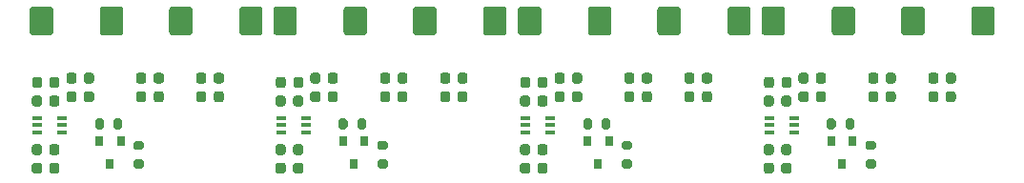
<source format=gbr>
%TF.GenerationSoftware,KiCad,Pcbnew,(5.1.10)-1*%
%TF.CreationDate,2022-01-19T08:42:29+07:00*%
%TF.ProjectId,PCB_2x_pnlz1_4,5043425f-3278-45f7-906e-6c7a315f342e,rev?*%
%TF.SameCoordinates,Original*%
%TF.FileFunction,Paste,Bot*%
%TF.FilePolarity,Positive*%
%FSLAX46Y46*%
G04 Gerber Fmt 4.6, Leading zero omitted, Abs format (unit mm)*
G04 Created by KiCad (PCBNEW (5.1.10)-1) date 2022-01-19 08:42:29*
%MOMM*%
%LPD*%
G01*
G04 APERTURE LIST*
%ADD10R,0.800000X0.900000*%
%ADD11R,0.950000X0.450000*%
G04 APERTURE END LIST*
%TO.C,C3*%
G36*
G01*
X111395000Y-127020000D02*
X111395000Y-127520000D01*
G75*
G02*
X111170000Y-127745000I-225000J0D01*
G01*
X110720000Y-127745000D01*
G75*
G02*
X110495000Y-127520000I0J225000D01*
G01*
X110495000Y-127020000D01*
G75*
G02*
X110720000Y-126795000I225000J0D01*
G01*
X111170000Y-126795000D01*
G75*
G02*
X111395000Y-127020000I0J-225000D01*
G01*
G37*
G36*
G01*
X112945000Y-127020000D02*
X112945000Y-127520000D01*
G75*
G02*
X112720000Y-127745000I-225000J0D01*
G01*
X112270000Y-127745000D01*
G75*
G02*
X112045000Y-127520000I0J225000D01*
G01*
X112045000Y-127020000D01*
G75*
G02*
X112270000Y-126795000I225000J0D01*
G01*
X112720000Y-126795000D01*
G75*
G02*
X112945000Y-127020000I0J-225000D01*
G01*
G37*
%TD*%
%TO.C,C2*%
G36*
G01*
X115119000Y-122821000D02*
X115119000Y-122321000D01*
G75*
G02*
X115344000Y-122096000I225000J0D01*
G01*
X115794000Y-122096000D01*
G75*
G02*
X116019000Y-122321000I0J-225000D01*
G01*
X116019000Y-122821000D01*
G75*
G02*
X115794000Y-123046000I-225000J0D01*
G01*
X115344000Y-123046000D01*
G75*
G02*
X115119000Y-122821000I0J225000D01*
G01*
G37*
G36*
G01*
X113569000Y-122821000D02*
X113569000Y-122321000D01*
G75*
G02*
X113794000Y-122096000I225000J0D01*
G01*
X114244000Y-122096000D01*
G75*
G02*
X114469000Y-122321000I0J-225000D01*
G01*
X114469000Y-122821000D01*
G75*
G02*
X114244000Y-123046000I-225000J0D01*
G01*
X113794000Y-123046000D01*
G75*
G02*
X113569000Y-122821000I0J225000D01*
G01*
G37*
%TD*%
%TO.C,C1*%
G36*
G01*
X111395000Y-128671000D02*
X111395000Y-129171000D01*
G75*
G02*
X111170000Y-129396000I-225000J0D01*
G01*
X110720000Y-129396000D01*
G75*
G02*
X110495000Y-129171000I0J225000D01*
G01*
X110495000Y-128671000D01*
G75*
G02*
X110720000Y-128446000I225000J0D01*
G01*
X111170000Y-128446000D01*
G75*
G02*
X111395000Y-128671000I0J-225000D01*
G01*
G37*
G36*
G01*
X112945000Y-128671000D02*
X112945000Y-129171000D01*
G75*
G02*
X112720000Y-129396000I-225000J0D01*
G01*
X112270000Y-129396000D01*
G75*
G02*
X112045000Y-129171000I0J225000D01*
G01*
X112045000Y-128671000D01*
G75*
G02*
X112270000Y-128446000I225000J0D01*
G01*
X112720000Y-128446000D01*
G75*
G02*
X112945000Y-128671000I0J-225000D01*
G01*
G37*
%TD*%
%TO.C,C10*%
G36*
G01*
X76416000Y-122821000D02*
X76416000Y-122321000D01*
G75*
G02*
X76641000Y-122096000I225000J0D01*
G01*
X77091000Y-122096000D01*
G75*
G02*
X77316000Y-122321000I0J-225000D01*
G01*
X77316000Y-122821000D01*
G75*
G02*
X77091000Y-123046000I-225000J0D01*
G01*
X76641000Y-123046000D01*
G75*
G02*
X76416000Y-122821000I0J225000D01*
G01*
G37*
G36*
G01*
X77966000Y-122821000D02*
X77966000Y-122321000D01*
G75*
G02*
X78191000Y-122096000I225000J0D01*
G01*
X78641000Y-122096000D01*
G75*
G02*
X78866000Y-122321000I0J-225000D01*
G01*
X78866000Y-122821000D01*
G75*
G02*
X78641000Y-123046000I-225000J0D01*
G01*
X78191000Y-123046000D01*
G75*
G02*
X77966000Y-122821000I0J225000D01*
G01*
G37*
%TD*%
D10*
%TO.C,Q1*%
X73148000Y-126540000D03*
X75048000Y-126540000D03*
X74098000Y-128540000D03*
%TD*%
%TO.C,R1*%
G36*
G01*
X72745500Y-125259000D02*
X72745500Y-124709000D01*
G75*
G02*
X72945500Y-124509000I200000J0D01*
G01*
X73345500Y-124509000D01*
G75*
G02*
X73545500Y-124709000I0J-200000D01*
G01*
X73545500Y-125259000D01*
G75*
G02*
X73345500Y-125459000I-200000J0D01*
G01*
X72945500Y-125459000D01*
G75*
G02*
X72745500Y-125259000I0J200000D01*
G01*
G37*
G36*
G01*
X74395500Y-125259000D02*
X74395500Y-124709000D01*
G75*
G02*
X74595500Y-124509000I200000J0D01*
G01*
X74995500Y-124509000D01*
G75*
G02*
X75195500Y-124709000I0J-200000D01*
G01*
X75195500Y-125259000D01*
G75*
G02*
X74995500Y-125459000I-200000J0D01*
G01*
X74595500Y-125459000D01*
G75*
G02*
X74395500Y-125259000I0J200000D01*
G01*
G37*
%TD*%
%TO.C,R2*%
G36*
G01*
X76913000Y-128940000D02*
X76363000Y-128940000D01*
G75*
G02*
X76163000Y-128740000I0J200000D01*
G01*
X76163000Y-128340000D01*
G75*
G02*
X76363000Y-128140000I200000J0D01*
G01*
X76913000Y-128140000D01*
G75*
G02*
X77113000Y-128340000I0J-200000D01*
G01*
X77113000Y-128740000D01*
G75*
G02*
X76913000Y-128940000I-200000J0D01*
G01*
G37*
G36*
G01*
X76913000Y-127290000D02*
X76363000Y-127290000D01*
G75*
G02*
X76163000Y-127090000I0J200000D01*
G01*
X76163000Y-126690000D01*
G75*
G02*
X76363000Y-126490000I200000J0D01*
G01*
X76913000Y-126490000D01*
G75*
G02*
X77113000Y-126690000I0J-200000D01*
G01*
X77113000Y-127090000D01*
G75*
G02*
X76913000Y-127290000I-200000J0D01*
G01*
G37*
%TD*%
%TO.C,C10*%
G36*
G01*
X121316000Y-122821000D02*
X121316000Y-122321000D01*
G75*
G02*
X121541000Y-122096000I225000J0D01*
G01*
X121991000Y-122096000D01*
G75*
G02*
X122216000Y-122321000I0J-225000D01*
G01*
X122216000Y-122821000D01*
G75*
G02*
X121991000Y-123046000I-225000J0D01*
G01*
X121541000Y-123046000D01*
G75*
G02*
X121316000Y-122821000I0J225000D01*
G01*
G37*
G36*
G01*
X119766000Y-122821000D02*
X119766000Y-122321000D01*
G75*
G02*
X119991000Y-122096000I225000J0D01*
G01*
X120441000Y-122096000D01*
G75*
G02*
X120666000Y-122321000I0J-225000D01*
G01*
X120666000Y-122821000D01*
G75*
G02*
X120441000Y-123046000I-225000J0D01*
G01*
X119991000Y-123046000D01*
G75*
G02*
X119766000Y-122821000I0J225000D01*
G01*
G37*
%TD*%
%TO.C,C9*%
G36*
G01*
X121316000Y-121170000D02*
X121316000Y-120670000D01*
G75*
G02*
X121541000Y-120445000I225000J0D01*
G01*
X121991000Y-120445000D01*
G75*
G02*
X122216000Y-120670000I0J-225000D01*
G01*
X122216000Y-121170000D01*
G75*
G02*
X121991000Y-121395000I-225000J0D01*
G01*
X121541000Y-121395000D01*
G75*
G02*
X121316000Y-121170000I0J225000D01*
G01*
G37*
G36*
G01*
X119766000Y-121170000D02*
X119766000Y-120670000D01*
G75*
G02*
X119991000Y-120445000I225000J0D01*
G01*
X120441000Y-120445000D01*
G75*
G02*
X120666000Y-120670000I0J-225000D01*
G01*
X120666000Y-121170000D01*
G75*
G02*
X120441000Y-121395000I-225000J0D01*
G01*
X119991000Y-121395000D01*
G75*
G02*
X119766000Y-121170000I0J225000D01*
G01*
G37*
%TD*%
%TO.C,C6*%
G36*
G01*
X111408000Y-121051000D02*
X111408000Y-121551000D01*
G75*
G02*
X111183000Y-121776000I-225000J0D01*
G01*
X110733000Y-121776000D01*
G75*
G02*
X110508000Y-121551000I0J225000D01*
G01*
X110508000Y-121051000D01*
G75*
G02*
X110733000Y-120826000I225000J0D01*
G01*
X111183000Y-120826000D01*
G75*
G02*
X111408000Y-121051000I0J-225000D01*
G01*
G37*
G36*
G01*
X112958000Y-121051000D02*
X112958000Y-121551000D01*
G75*
G02*
X112733000Y-121776000I-225000J0D01*
G01*
X112283000Y-121776000D01*
G75*
G02*
X112058000Y-121551000I0J225000D01*
G01*
X112058000Y-121051000D01*
G75*
G02*
X112283000Y-120826000I225000J0D01*
G01*
X112733000Y-120826000D01*
G75*
G02*
X112958000Y-121051000I0J-225000D01*
G01*
G37*
%TD*%
%TO.C,C5*%
G36*
G01*
X111395000Y-122702000D02*
X111395000Y-123202000D01*
G75*
G02*
X111170000Y-123427000I-225000J0D01*
G01*
X110720000Y-123427000D01*
G75*
G02*
X110495000Y-123202000I0J225000D01*
G01*
X110495000Y-122702000D01*
G75*
G02*
X110720000Y-122477000I225000J0D01*
G01*
X111170000Y-122477000D01*
G75*
G02*
X111395000Y-122702000I0J-225000D01*
G01*
G37*
G36*
G01*
X112945000Y-122702000D02*
X112945000Y-123202000D01*
G75*
G02*
X112720000Y-123427000I-225000J0D01*
G01*
X112270000Y-123427000D01*
G75*
G02*
X112045000Y-123202000I0J225000D01*
G01*
X112045000Y-122702000D01*
G75*
G02*
X112270000Y-122477000I225000J0D01*
G01*
X112720000Y-122477000D01*
G75*
G02*
X112945000Y-122702000I0J-225000D01*
G01*
G37*
%TD*%
%TO.C,C4*%
G36*
G01*
X115119000Y-121170000D02*
X115119000Y-120670000D01*
G75*
G02*
X115344000Y-120445000I225000J0D01*
G01*
X115794000Y-120445000D01*
G75*
G02*
X116019000Y-120670000I0J-225000D01*
G01*
X116019000Y-121170000D01*
G75*
G02*
X115794000Y-121395000I-225000J0D01*
G01*
X115344000Y-121395000D01*
G75*
G02*
X115119000Y-121170000I0J225000D01*
G01*
G37*
G36*
G01*
X113569000Y-121170000D02*
X113569000Y-120670000D01*
G75*
G02*
X113794000Y-120445000I225000J0D01*
G01*
X114244000Y-120445000D01*
G75*
G02*
X114469000Y-120670000I0J-225000D01*
G01*
X114469000Y-121170000D01*
G75*
G02*
X114244000Y-121395000I-225000J0D01*
G01*
X113794000Y-121395000D01*
G75*
G02*
X113569000Y-121170000I0J225000D01*
G01*
G37*
%TD*%
%TO.C,C13*%
G36*
G01*
X126000000Y-120670000D02*
X126000000Y-121170000D01*
G75*
G02*
X125775000Y-121395000I-225000J0D01*
G01*
X125325000Y-121395000D01*
G75*
G02*
X125100000Y-121170000I0J225000D01*
G01*
X125100000Y-120670000D01*
G75*
G02*
X125325000Y-120445000I225000J0D01*
G01*
X125775000Y-120445000D01*
G75*
G02*
X126000000Y-120670000I0J-225000D01*
G01*
G37*
G36*
G01*
X127550000Y-120670000D02*
X127550000Y-121170000D01*
G75*
G02*
X127325000Y-121395000I-225000J0D01*
G01*
X126875000Y-121395000D01*
G75*
G02*
X126650000Y-121170000I0J225000D01*
G01*
X126650000Y-120670000D01*
G75*
G02*
X126875000Y-120445000I225000J0D01*
G01*
X127325000Y-120445000D01*
G75*
G02*
X127550000Y-120670000I0J-225000D01*
G01*
G37*
%TD*%
%TO.C,C14*%
G36*
G01*
X126000000Y-122321000D02*
X126000000Y-122821000D01*
G75*
G02*
X125775000Y-123046000I-225000J0D01*
G01*
X125325000Y-123046000D01*
G75*
G02*
X125100000Y-122821000I0J225000D01*
G01*
X125100000Y-122321000D01*
G75*
G02*
X125325000Y-122096000I225000J0D01*
G01*
X125775000Y-122096000D01*
G75*
G02*
X126000000Y-122321000I0J-225000D01*
G01*
G37*
G36*
G01*
X127550000Y-122321000D02*
X127550000Y-122821000D01*
G75*
G02*
X127325000Y-123046000I-225000J0D01*
G01*
X126875000Y-123046000D01*
G75*
G02*
X126650000Y-122821000I0J225000D01*
G01*
X126650000Y-122321000D01*
G75*
G02*
X126875000Y-122096000I225000J0D01*
G01*
X127325000Y-122096000D01*
G75*
G02*
X127550000Y-122321000I0J-225000D01*
G01*
G37*
%TD*%
%TO.C,R2*%
G36*
G01*
X120263000Y-127290000D02*
X119713000Y-127290000D01*
G75*
G02*
X119513000Y-127090000I0J200000D01*
G01*
X119513000Y-126690000D01*
G75*
G02*
X119713000Y-126490000I200000J0D01*
G01*
X120263000Y-126490000D01*
G75*
G02*
X120463000Y-126690000I0J-200000D01*
G01*
X120463000Y-127090000D01*
G75*
G02*
X120263000Y-127290000I-200000J0D01*
G01*
G37*
G36*
G01*
X120263000Y-128940000D02*
X119713000Y-128940000D01*
G75*
G02*
X119513000Y-128740000I0J200000D01*
G01*
X119513000Y-128340000D01*
G75*
G02*
X119713000Y-128140000I200000J0D01*
G01*
X120263000Y-128140000D01*
G75*
G02*
X120463000Y-128340000I0J-200000D01*
G01*
X120463000Y-128740000D01*
G75*
G02*
X120263000Y-128940000I-200000J0D01*
G01*
G37*
%TD*%
%TO.C,R1*%
G36*
G01*
X117745500Y-125259000D02*
X117745500Y-124709000D01*
G75*
G02*
X117945500Y-124509000I200000J0D01*
G01*
X118345500Y-124509000D01*
G75*
G02*
X118545500Y-124709000I0J-200000D01*
G01*
X118545500Y-125259000D01*
G75*
G02*
X118345500Y-125459000I-200000J0D01*
G01*
X117945500Y-125459000D01*
G75*
G02*
X117745500Y-125259000I0J200000D01*
G01*
G37*
G36*
G01*
X116095500Y-125259000D02*
X116095500Y-124709000D01*
G75*
G02*
X116295500Y-124509000I200000J0D01*
G01*
X116695500Y-124509000D01*
G75*
G02*
X116895500Y-124709000I0J-200000D01*
G01*
X116895500Y-125259000D01*
G75*
G02*
X116695500Y-125459000I-200000J0D01*
G01*
X116295500Y-125459000D01*
G75*
G02*
X116095500Y-125259000I0J200000D01*
G01*
G37*
%TD*%
%TO.C,Q1*%
X117448000Y-128540000D03*
X118398000Y-126540000D03*
X116498000Y-126540000D03*
%TD*%
D11*
%TO.C,D1*%
X113171000Y-125761000D03*
X113171000Y-125111000D03*
X113171000Y-124461000D03*
X110971000Y-124461000D03*
X110971000Y-125111000D03*
X110971000Y-125761000D03*
%TD*%
%TO.C,C12*%
G36*
G01*
X128921000Y-116865000D02*
X128921000Y-114815000D01*
G75*
G02*
X129171000Y-114565000I250000J0D01*
G01*
X130746000Y-114565000D01*
G75*
G02*
X130996000Y-114815000I0J-250000D01*
G01*
X130996000Y-116865000D01*
G75*
G02*
X130746000Y-117115000I-250000J0D01*
G01*
X129171000Y-117115000D01*
G75*
G02*
X128921000Y-116865000I0J250000D01*
G01*
G37*
G36*
G01*
X122696000Y-116865000D02*
X122696000Y-114815000D01*
G75*
G02*
X122946000Y-114565000I250000J0D01*
G01*
X124521000Y-114565000D01*
G75*
G02*
X124771000Y-114815000I0J-250000D01*
G01*
X124771000Y-116865000D01*
G75*
G02*
X124521000Y-117115000I-250000J0D01*
G01*
X122946000Y-117115000D01*
G75*
G02*
X122696000Y-116865000I0J250000D01*
G01*
G37*
%TD*%
%TO.C,C11*%
G36*
G01*
X116537500Y-116865000D02*
X116537500Y-114815000D01*
G75*
G02*
X116787500Y-114565000I250000J0D01*
G01*
X118362500Y-114565000D01*
G75*
G02*
X118612500Y-114815000I0J-250000D01*
G01*
X118612500Y-116865000D01*
G75*
G02*
X118362500Y-117115000I-250000J0D01*
G01*
X116787500Y-117115000D01*
G75*
G02*
X116537500Y-116865000I0J250000D01*
G01*
G37*
G36*
G01*
X110312500Y-116865000D02*
X110312500Y-114815000D01*
G75*
G02*
X110562500Y-114565000I250000J0D01*
G01*
X112137500Y-114565000D01*
G75*
G02*
X112387500Y-114815000I0J-250000D01*
G01*
X112387500Y-116865000D01*
G75*
G02*
X112137500Y-117115000I-250000J0D01*
G01*
X110562500Y-117115000D01*
G75*
G02*
X110312500Y-116865000I0J250000D01*
G01*
G37*
%TD*%
%TO.C,C1*%
G36*
G01*
X69595000Y-128671000D02*
X69595000Y-129171000D01*
G75*
G02*
X69370000Y-129396000I-225000J0D01*
G01*
X68920000Y-129396000D01*
G75*
G02*
X68695000Y-129171000I0J225000D01*
G01*
X68695000Y-128671000D01*
G75*
G02*
X68920000Y-128446000I225000J0D01*
G01*
X69370000Y-128446000D01*
G75*
G02*
X69595000Y-128671000I0J-225000D01*
G01*
G37*
G36*
G01*
X68045000Y-128671000D02*
X68045000Y-129171000D01*
G75*
G02*
X67820000Y-129396000I-225000J0D01*
G01*
X67370000Y-129396000D01*
G75*
G02*
X67145000Y-129171000I0J225000D01*
G01*
X67145000Y-128671000D01*
G75*
G02*
X67370000Y-128446000I225000J0D01*
G01*
X67820000Y-128446000D01*
G75*
G02*
X68045000Y-128671000I0J-225000D01*
G01*
G37*
%TD*%
%TO.C,C2*%
G36*
G01*
X70219000Y-122821000D02*
X70219000Y-122321000D01*
G75*
G02*
X70444000Y-122096000I225000J0D01*
G01*
X70894000Y-122096000D01*
G75*
G02*
X71119000Y-122321000I0J-225000D01*
G01*
X71119000Y-122821000D01*
G75*
G02*
X70894000Y-123046000I-225000J0D01*
G01*
X70444000Y-123046000D01*
G75*
G02*
X70219000Y-122821000I0J225000D01*
G01*
G37*
G36*
G01*
X71769000Y-122821000D02*
X71769000Y-122321000D01*
G75*
G02*
X71994000Y-122096000I225000J0D01*
G01*
X72444000Y-122096000D01*
G75*
G02*
X72669000Y-122321000I0J-225000D01*
G01*
X72669000Y-122821000D01*
G75*
G02*
X72444000Y-123046000I-225000J0D01*
G01*
X71994000Y-123046000D01*
G75*
G02*
X71769000Y-122821000I0J225000D01*
G01*
G37*
%TD*%
%TO.C,C3*%
G36*
G01*
X69595000Y-127020000D02*
X69595000Y-127520000D01*
G75*
G02*
X69370000Y-127745000I-225000J0D01*
G01*
X68920000Y-127745000D01*
G75*
G02*
X68695000Y-127520000I0J225000D01*
G01*
X68695000Y-127020000D01*
G75*
G02*
X68920000Y-126795000I225000J0D01*
G01*
X69370000Y-126795000D01*
G75*
G02*
X69595000Y-127020000I0J-225000D01*
G01*
G37*
G36*
G01*
X68045000Y-127020000D02*
X68045000Y-127520000D01*
G75*
G02*
X67820000Y-127745000I-225000J0D01*
G01*
X67370000Y-127745000D01*
G75*
G02*
X67145000Y-127520000I0J225000D01*
G01*
X67145000Y-127020000D01*
G75*
G02*
X67370000Y-126795000I225000J0D01*
G01*
X67820000Y-126795000D01*
G75*
G02*
X68045000Y-127020000I0J-225000D01*
G01*
G37*
%TD*%
%TO.C,C4*%
G36*
G01*
X70219000Y-121170000D02*
X70219000Y-120670000D01*
G75*
G02*
X70444000Y-120445000I225000J0D01*
G01*
X70894000Y-120445000D01*
G75*
G02*
X71119000Y-120670000I0J-225000D01*
G01*
X71119000Y-121170000D01*
G75*
G02*
X70894000Y-121395000I-225000J0D01*
G01*
X70444000Y-121395000D01*
G75*
G02*
X70219000Y-121170000I0J225000D01*
G01*
G37*
G36*
G01*
X71769000Y-121170000D02*
X71769000Y-120670000D01*
G75*
G02*
X71994000Y-120445000I225000J0D01*
G01*
X72444000Y-120445000D01*
G75*
G02*
X72669000Y-120670000I0J-225000D01*
G01*
X72669000Y-121170000D01*
G75*
G02*
X72444000Y-121395000I-225000J0D01*
G01*
X71994000Y-121395000D01*
G75*
G02*
X71769000Y-121170000I0J225000D01*
G01*
G37*
%TD*%
%TO.C,C5*%
G36*
G01*
X69595000Y-122702000D02*
X69595000Y-123202000D01*
G75*
G02*
X69370000Y-123427000I-225000J0D01*
G01*
X68920000Y-123427000D01*
G75*
G02*
X68695000Y-123202000I0J225000D01*
G01*
X68695000Y-122702000D01*
G75*
G02*
X68920000Y-122477000I225000J0D01*
G01*
X69370000Y-122477000D01*
G75*
G02*
X69595000Y-122702000I0J-225000D01*
G01*
G37*
G36*
G01*
X68045000Y-122702000D02*
X68045000Y-123202000D01*
G75*
G02*
X67820000Y-123427000I-225000J0D01*
G01*
X67370000Y-123427000D01*
G75*
G02*
X67145000Y-123202000I0J225000D01*
G01*
X67145000Y-122702000D01*
G75*
G02*
X67370000Y-122477000I225000J0D01*
G01*
X67820000Y-122477000D01*
G75*
G02*
X68045000Y-122702000I0J-225000D01*
G01*
G37*
%TD*%
%TO.C,C6*%
G36*
G01*
X69608000Y-121051000D02*
X69608000Y-121551000D01*
G75*
G02*
X69383000Y-121776000I-225000J0D01*
G01*
X68933000Y-121776000D01*
G75*
G02*
X68708000Y-121551000I0J225000D01*
G01*
X68708000Y-121051000D01*
G75*
G02*
X68933000Y-120826000I225000J0D01*
G01*
X69383000Y-120826000D01*
G75*
G02*
X69608000Y-121051000I0J-225000D01*
G01*
G37*
G36*
G01*
X68058000Y-121051000D02*
X68058000Y-121551000D01*
G75*
G02*
X67833000Y-121776000I-225000J0D01*
G01*
X67383000Y-121776000D01*
G75*
G02*
X67158000Y-121551000I0J225000D01*
G01*
X67158000Y-121051000D01*
G75*
G02*
X67383000Y-120826000I225000J0D01*
G01*
X67833000Y-120826000D01*
G75*
G02*
X68058000Y-121051000I0J-225000D01*
G01*
G37*
%TD*%
%TO.C,C9*%
G36*
G01*
X76416000Y-121170000D02*
X76416000Y-120670000D01*
G75*
G02*
X76641000Y-120445000I225000J0D01*
G01*
X77091000Y-120445000D01*
G75*
G02*
X77316000Y-120670000I0J-225000D01*
G01*
X77316000Y-121170000D01*
G75*
G02*
X77091000Y-121395000I-225000J0D01*
G01*
X76641000Y-121395000D01*
G75*
G02*
X76416000Y-121170000I0J225000D01*
G01*
G37*
G36*
G01*
X77966000Y-121170000D02*
X77966000Y-120670000D01*
G75*
G02*
X78191000Y-120445000I225000J0D01*
G01*
X78641000Y-120445000D01*
G75*
G02*
X78866000Y-120670000I0J-225000D01*
G01*
X78866000Y-121170000D01*
G75*
G02*
X78641000Y-121395000I-225000J0D01*
G01*
X78191000Y-121395000D01*
G75*
G02*
X77966000Y-121170000I0J225000D01*
G01*
G37*
%TD*%
%TO.C,C14*%
G36*
G01*
X105900000Y-122321000D02*
X105900000Y-122821000D01*
G75*
G02*
X105675000Y-123046000I-225000J0D01*
G01*
X105225000Y-123046000D01*
G75*
G02*
X105000000Y-122821000I0J225000D01*
G01*
X105000000Y-122321000D01*
G75*
G02*
X105225000Y-122096000I225000J0D01*
G01*
X105675000Y-122096000D01*
G75*
G02*
X105900000Y-122321000I0J-225000D01*
G01*
G37*
G36*
G01*
X104350000Y-122321000D02*
X104350000Y-122821000D01*
G75*
G02*
X104125000Y-123046000I-225000J0D01*
G01*
X103675000Y-123046000D01*
G75*
G02*
X103450000Y-122821000I0J225000D01*
G01*
X103450000Y-122321000D01*
G75*
G02*
X103675000Y-122096000I225000J0D01*
G01*
X104125000Y-122096000D01*
G75*
G02*
X104350000Y-122321000I0J-225000D01*
G01*
G37*
%TD*%
%TO.C,C13*%
G36*
G01*
X105900000Y-120670000D02*
X105900000Y-121170000D01*
G75*
G02*
X105675000Y-121395000I-225000J0D01*
G01*
X105225000Y-121395000D01*
G75*
G02*
X105000000Y-121170000I0J225000D01*
G01*
X105000000Y-120670000D01*
G75*
G02*
X105225000Y-120445000I225000J0D01*
G01*
X105675000Y-120445000D01*
G75*
G02*
X105900000Y-120670000I0J-225000D01*
G01*
G37*
G36*
G01*
X104350000Y-120670000D02*
X104350000Y-121170000D01*
G75*
G02*
X104125000Y-121395000I-225000J0D01*
G01*
X103675000Y-121395000D01*
G75*
G02*
X103450000Y-121170000I0J225000D01*
G01*
X103450000Y-120670000D01*
G75*
G02*
X103675000Y-120445000I225000J0D01*
G01*
X104125000Y-120445000D01*
G75*
G02*
X104350000Y-120670000I0J-225000D01*
G01*
G37*
%TD*%
%TO.C,D1*%
X89321000Y-125761000D03*
X89321000Y-125111000D03*
X89321000Y-124461000D03*
X91521000Y-124461000D03*
X91521000Y-125111000D03*
X91521000Y-125761000D03*
%TD*%
%TO.C,C12*%
G36*
G01*
X101046000Y-116865000D02*
X101046000Y-114815000D01*
G75*
G02*
X101296000Y-114565000I250000J0D01*
G01*
X102871000Y-114565000D01*
G75*
G02*
X103121000Y-114815000I0J-250000D01*
G01*
X103121000Y-116865000D01*
G75*
G02*
X102871000Y-117115000I-250000J0D01*
G01*
X101296000Y-117115000D01*
G75*
G02*
X101046000Y-116865000I0J250000D01*
G01*
G37*
G36*
G01*
X107271000Y-116865000D02*
X107271000Y-114815000D01*
G75*
G02*
X107521000Y-114565000I250000J0D01*
G01*
X109096000Y-114565000D01*
G75*
G02*
X109346000Y-114815000I0J-250000D01*
G01*
X109346000Y-116865000D01*
G75*
G02*
X109096000Y-117115000I-250000J0D01*
G01*
X107521000Y-117115000D01*
G75*
G02*
X107271000Y-116865000I0J250000D01*
G01*
G37*
%TD*%
%TO.C,C11*%
G36*
G01*
X88662500Y-116865000D02*
X88662500Y-114815000D01*
G75*
G02*
X88912500Y-114565000I250000J0D01*
G01*
X90487500Y-114565000D01*
G75*
G02*
X90737500Y-114815000I0J-250000D01*
G01*
X90737500Y-116865000D01*
G75*
G02*
X90487500Y-117115000I-250000J0D01*
G01*
X88912500Y-117115000D01*
G75*
G02*
X88662500Y-116865000I0J250000D01*
G01*
G37*
G36*
G01*
X94887500Y-116865000D02*
X94887500Y-114815000D01*
G75*
G02*
X95137500Y-114565000I250000J0D01*
G01*
X96712500Y-114565000D01*
G75*
G02*
X96962500Y-114815000I0J-250000D01*
G01*
X96962500Y-116865000D01*
G75*
G02*
X96712500Y-117115000I-250000J0D01*
G01*
X95137500Y-117115000D01*
G75*
G02*
X94887500Y-116865000I0J250000D01*
G01*
G37*
%TD*%
%TO.C,C14*%
G36*
G01*
X62550000Y-122321000D02*
X62550000Y-122821000D01*
G75*
G02*
X62325000Y-123046000I-225000J0D01*
G01*
X61875000Y-123046000D01*
G75*
G02*
X61650000Y-122821000I0J225000D01*
G01*
X61650000Y-122321000D01*
G75*
G02*
X61875000Y-122096000I225000J0D01*
G01*
X62325000Y-122096000D01*
G75*
G02*
X62550000Y-122321000I0J-225000D01*
G01*
G37*
G36*
G01*
X61000000Y-122321000D02*
X61000000Y-122821000D01*
G75*
G02*
X60775000Y-123046000I-225000J0D01*
G01*
X60325000Y-123046000D01*
G75*
G02*
X60100000Y-122821000I0J225000D01*
G01*
X60100000Y-122321000D01*
G75*
G02*
X60325000Y-122096000I225000J0D01*
G01*
X60775000Y-122096000D01*
G75*
G02*
X61000000Y-122321000I0J-225000D01*
G01*
G37*
%TD*%
%TO.C,C13*%
G36*
G01*
X62550000Y-120670000D02*
X62550000Y-121170000D01*
G75*
G02*
X62325000Y-121395000I-225000J0D01*
G01*
X61875000Y-121395000D01*
G75*
G02*
X61650000Y-121170000I0J225000D01*
G01*
X61650000Y-120670000D01*
G75*
G02*
X61875000Y-120445000I225000J0D01*
G01*
X62325000Y-120445000D01*
G75*
G02*
X62550000Y-120670000I0J-225000D01*
G01*
G37*
G36*
G01*
X61000000Y-120670000D02*
X61000000Y-121170000D01*
G75*
G02*
X60775000Y-121395000I-225000J0D01*
G01*
X60325000Y-121395000D01*
G75*
G02*
X60100000Y-121170000I0J225000D01*
G01*
X60100000Y-120670000D01*
G75*
G02*
X60325000Y-120445000I225000J0D01*
G01*
X60775000Y-120445000D01*
G75*
G02*
X61000000Y-120670000I0J-225000D01*
G01*
G37*
%TD*%
%TO.C,D1*%
X45971000Y-125761000D03*
X45971000Y-125111000D03*
X45971000Y-124461000D03*
X48171000Y-124461000D03*
X48171000Y-125111000D03*
X48171000Y-125761000D03*
%TD*%
%TO.C,C12*%
G36*
G01*
X57696000Y-116865000D02*
X57696000Y-114815000D01*
G75*
G02*
X57946000Y-114565000I250000J0D01*
G01*
X59521000Y-114565000D01*
G75*
G02*
X59771000Y-114815000I0J-250000D01*
G01*
X59771000Y-116865000D01*
G75*
G02*
X59521000Y-117115000I-250000J0D01*
G01*
X57946000Y-117115000D01*
G75*
G02*
X57696000Y-116865000I0J250000D01*
G01*
G37*
G36*
G01*
X63921000Y-116865000D02*
X63921000Y-114815000D01*
G75*
G02*
X64171000Y-114565000I250000J0D01*
G01*
X65746000Y-114565000D01*
G75*
G02*
X65996000Y-114815000I0J-250000D01*
G01*
X65996000Y-116865000D01*
G75*
G02*
X65746000Y-117115000I-250000J0D01*
G01*
X64171000Y-117115000D01*
G75*
G02*
X63921000Y-116865000I0J250000D01*
G01*
G37*
%TD*%
%TO.C,C11*%
G36*
G01*
X45312500Y-116865000D02*
X45312500Y-114815000D01*
G75*
G02*
X45562500Y-114565000I250000J0D01*
G01*
X47137500Y-114565000D01*
G75*
G02*
X47387500Y-114815000I0J-250000D01*
G01*
X47387500Y-116865000D01*
G75*
G02*
X47137500Y-117115000I-250000J0D01*
G01*
X45562500Y-117115000D01*
G75*
G02*
X45312500Y-116865000I0J250000D01*
G01*
G37*
G36*
G01*
X51537500Y-116865000D02*
X51537500Y-114815000D01*
G75*
G02*
X51787500Y-114565000I250000J0D01*
G01*
X53362500Y-114565000D01*
G75*
G02*
X53612500Y-114815000I0J-250000D01*
G01*
X53612500Y-116865000D01*
G75*
G02*
X53362500Y-117115000I-250000J0D01*
G01*
X51787500Y-117115000D01*
G75*
G02*
X51537500Y-116865000I0J250000D01*
G01*
G37*
%TD*%
%TO.C,C10*%
G36*
G01*
X54766000Y-122821000D02*
X54766000Y-122321000D01*
G75*
G02*
X54991000Y-122096000I225000J0D01*
G01*
X55441000Y-122096000D01*
G75*
G02*
X55666000Y-122321000I0J-225000D01*
G01*
X55666000Y-122821000D01*
G75*
G02*
X55441000Y-123046000I-225000J0D01*
G01*
X54991000Y-123046000D01*
G75*
G02*
X54766000Y-122821000I0J225000D01*
G01*
G37*
G36*
G01*
X56316000Y-122821000D02*
X56316000Y-122321000D01*
G75*
G02*
X56541000Y-122096000I225000J0D01*
G01*
X56991000Y-122096000D01*
G75*
G02*
X57216000Y-122321000I0J-225000D01*
G01*
X57216000Y-122821000D01*
G75*
G02*
X56991000Y-123046000I-225000J0D01*
G01*
X56541000Y-123046000D01*
G75*
G02*
X56316000Y-122821000I0J225000D01*
G01*
G37*
%TD*%
D10*
%TO.C,Q1*%
X51498000Y-126540000D03*
X53398000Y-126540000D03*
X52448000Y-128540000D03*
%TD*%
%TO.C,R1*%
G36*
G01*
X51095500Y-125259000D02*
X51095500Y-124709000D01*
G75*
G02*
X51295500Y-124509000I200000J0D01*
G01*
X51695500Y-124509000D01*
G75*
G02*
X51895500Y-124709000I0J-200000D01*
G01*
X51895500Y-125259000D01*
G75*
G02*
X51695500Y-125459000I-200000J0D01*
G01*
X51295500Y-125459000D01*
G75*
G02*
X51095500Y-125259000I0J200000D01*
G01*
G37*
G36*
G01*
X52745500Y-125259000D02*
X52745500Y-124709000D01*
G75*
G02*
X52945500Y-124509000I200000J0D01*
G01*
X53345500Y-124509000D01*
G75*
G02*
X53545500Y-124709000I0J-200000D01*
G01*
X53545500Y-125259000D01*
G75*
G02*
X53345500Y-125459000I-200000J0D01*
G01*
X52945500Y-125459000D01*
G75*
G02*
X52745500Y-125259000I0J200000D01*
G01*
G37*
%TD*%
%TO.C,R2*%
G36*
G01*
X55263000Y-128940000D02*
X54713000Y-128940000D01*
G75*
G02*
X54513000Y-128740000I0J200000D01*
G01*
X54513000Y-128340000D01*
G75*
G02*
X54713000Y-128140000I200000J0D01*
G01*
X55263000Y-128140000D01*
G75*
G02*
X55463000Y-128340000I0J-200000D01*
G01*
X55463000Y-128740000D01*
G75*
G02*
X55263000Y-128940000I-200000J0D01*
G01*
G37*
G36*
G01*
X55263000Y-127290000D02*
X54713000Y-127290000D01*
G75*
G02*
X54513000Y-127090000I0J200000D01*
G01*
X54513000Y-126690000D01*
G75*
G02*
X54713000Y-126490000I200000J0D01*
G01*
X55263000Y-126490000D01*
G75*
G02*
X55463000Y-126690000I0J-200000D01*
G01*
X55463000Y-127090000D01*
G75*
G02*
X55263000Y-127290000I-200000J0D01*
G01*
G37*
%TD*%
%TO.C,C14*%
G36*
G01*
X84200000Y-122321000D02*
X84200000Y-122821000D01*
G75*
G02*
X83975000Y-123046000I-225000J0D01*
G01*
X83525000Y-123046000D01*
G75*
G02*
X83300000Y-122821000I0J225000D01*
G01*
X83300000Y-122321000D01*
G75*
G02*
X83525000Y-122096000I225000J0D01*
G01*
X83975000Y-122096000D01*
G75*
G02*
X84200000Y-122321000I0J-225000D01*
G01*
G37*
G36*
G01*
X82650000Y-122321000D02*
X82650000Y-122821000D01*
G75*
G02*
X82425000Y-123046000I-225000J0D01*
G01*
X81975000Y-123046000D01*
G75*
G02*
X81750000Y-122821000I0J225000D01*
G01*
X81750000Y-122321000D01*
G75*
G02*
X81975000Y-122096000I225000J0D01*
G01*
X82425000Y-122096000D01*
G75*
G02*
X82650000Y-122321000I0J-225000D01*
G01*
G37*
%TD*%
%TO.C,C13*%
G36*
G01*
X84200000Y-120670000D02*
X84200000Y-121170000D01*
G75*
G02*
X83975000Y-121395000I-225000J0D01*
G01*
X83525000Y-121395000D01*
G75*
G02*
X83300000Y-121170000I0J225000D01*
G01*
X83300000Y-120670000D01*
G75*
G02*
X83525000Y-120445000I225000J0D01*
G01*
X83975000Y-120445000D01*
G75*
G02*
X84200000Y-120670000I0J-225000D01*
G01*
G37*
G36*
G01*
X82650000Y-120670000D02*
X82650000Y-121170000D01*
G75*
G02*
X82425000Y-121395000I-225000J0D01*
G01*
X81975000Y-121395000D01*
G75*
G02*
X81750000Y-121170000I0J225000D01*
G01*
X81750000Y-120670000D01*
G75*
G02*
X81975000Y-120445000I225000J0D01*
G01*
X82425000Y-120445000D01*
G75*
G02*
X82650000Y-120670000I0J-225000D01*
G01*
G37*
%TD*%
D11*
%TO.C,D1*%
X67621000Y-125761000D03*
X67621000Y-125111000D03*
X67621000Y-124461000D03*
X69821000Y-124461000D03*
X69821000Y-125111000D03*
X69821000Y-125761000D03*
%TD*%
%TO.C,C12*%
G36*
G01*
X79346000Y-116865000D02*
X79346000Y-114815000D01*
G75*
G02*
X79596000Y-114565000I250000J0D01*
G01*
X81171000Y-114565000D01*
G75*
G02*
X81421000Y-114815000I0J-250000D01*
G01*
X81421000Y-116865000D01*
G75*
G02*
X81171000Y-117115000I-250000J0D01*
G01*
X79596000Y-117115000D01*
G75*
G02*
X79346000Y-116865000I0J250000D01*
G01*
G37*
G36*
G01*
X85571000Y-116865000D02*
X85571000Y-114815000D01*
G75*
G02*
X85821000Y-114565000I250000J0D01*
G01*
X87396000Y-114565000D01*
G75*
G02*
X87646000Y-114815000I0J-250000D01*
G01*
X87646000Y-116865000D01*
G75*
G02*
X87396000Y-117115000I-250000J0D01*
G01*
X85821000Y-117115000D01*
G75*
G02*
X85571000Y-116865000I0J250000D01*
G01*
G37*
%TD*%
%TO.C,C11*%
G36*
G01*
X66962500Y-116865000D02*
X66962500Y-114815000D01*
G75*
G02*
X67212500Y-114565000I250000J0D01*
G01*
X68787500Y-114565000D01*
G75*
G02*
X69037500Y-114815000I0J-250000D01*
G01*
X69037500Y-116865000D01*
G75*
G02*
X68787500Y-117115000I-250000J0D01*
G01*
X67212500Y-117115000D01*
G75*
G02*
X66962500Y-116865000I0J250000D01*
G01*
G37*
G36*
G01*
X73187500Y-116865000D02*
X73187500Y-114815000D01*
G75*
G02*
X73437500Y-114565000I250000J0D01*
G01*
X75012500Y-114565000D01*
G75*
G02*
X75262500Y-114815000I0J-250000D01*
G01*
X75262500Y-116865000D01*
G75*
G02*
X75012500Y-117115000I-250000J0D01*
G01*
X73437500Y-117115000D01*
G75*
G02*
X73187500Y-116865000I0J250000D01*
G01*
G37*
%TD*%
%TO.C,R2*%
G36*
G01*
X98613000Y-128940000D02*
X98063000Y-128940000D01*
G75*
G02*
X97863000Y-128740000I0J200000D01*
G01*
X97863000Y-128340000D01*
G75*
G02*
X98063000Y-128140000I200000J0D01*
G01*
X98613000Y-128140000D01*
G75*
G02*
X98813000Y-128340000I0J-200000D01*
G01*
X98813000Y-128740000D01*
G75*
G02*
X98613000Y-128940000I-200000J0D01*
G01*
G37*
G36*
G01*
X98613000Y-127290000D02*
X98063000Y-127290000D01*
G75*
G02*
X97863000Y-127090000I0J200000D01*
G01*
X97863000Y-126690000D01*
G75*
G02*
X98063000Y-126490000I200000J0D01*
G01*
X98613000Y-126490000D01*
G75*
G02*
X98813000Y-126690000I0J-200000D01*
G01*
X98813000Y-127090000D01*
G75*
G02*
X98613000Y-127290000I-200000J0D01*
G01*
G37*
%TD*%
%TO.C,R1*%
G36*
G01*
X94445500Y-125259000D02*
X94445500Y-124709000D01*
G75*
G02*
X94645500Y-124509000I200000J0D01*
G01*
X95045500Y-124509000D01*
G75*
G02*
X95245500Y-124709000I0J-200000D01*
G01*
X95245500Y-125259000D01*
G75*
G02*
X95045500Y-125459000I-200000J0D01*
G01*
X94645500Y-125459000D01*
G75*
G02*
X94445500Y-125259000I0J200000D01*
G01*
G37*
G36*
G01*
X96095500Y-125259000D02*
X96095500Y-124709000D01*
G75*
G02*
X96295500Y-124509000I200000J0D01*
G01*
X96695500Y-124509000D01*
G75*
G02*
X96895500Y-124709000I0J-200000D01*
G01*
X96895500Y-125259000D01*
G75*
G02*
X96695500Y-125459000I-200000J0D01*
G01*
X96295500Y-125459000D01*
G75*
G02*
X96095500Y-125259000I0J200000D01*
G01*
G37*
%TD*%
D10*
%TO.C,Q1*%
X94848000Y-126540000D03*
X96748000Y-126540000D03*
X95798000Y-128540000D03*
%TD*%
%TO.C,C10*%
G36*
G01*
X98116000Y-122821000D02*
X98116000Y-122321000D01*
G75*
G02*
X98341000Y-122096000I225000J0D01*
G01*
X98791000Y-122096000D01*
G75*
G02*
X99016000Y-122321000I0J-225000D01*
G01*
X99016000Y-122821000D01*
G75*
G02*
X98791000Y-123046000I-225000J0D01*
G01*
X98341000Y-123046000D01*
G75*
G02*
X98116000Y-122821000I0J225000D01*
G01*
G37*
G36*
G01*
X99666000Y-122821000D02*
X99666000Y-122321000D01*
G75*
G02*
X99891000Y-122096000I225000J0D01*
G01*
X100341000Y-122096000D01*
G75*
G02*
X100566000Y-122321000I0J-225000D01*
G01*
X100566000Y-122821000D01*
G75*
G02*
X100341000Y-123046000I-225000J0D01*
G01*
X99891000Y-123046000D01*
G75*
G02*
X99666000Y-122821000I0J225000D01*
G01*
G37*
%TD*%
%TO.C,C9*%
G36*
G01*
X98116000Y-121170000D02*
X98116000Y-120670000D01*
G75*
G02*
X98341000Y-120445000I225000J0D01*
G01*
X98791000Y-120445000D01*
G75*
G02*
X99016000Y-120670000I0J-225000D01*
G01*
X99016000Y-121170000D01*
G75*
G02*
X98791000Y-121395000I-225000J0D01*
G01*
X98341000Y-121395000D01*
G75*
G02*
X98116000Y-121170000I0J225000D01*
G01*
G37*
G36*
G01*
X99666000Y-121170000D02*
X99666000Y-120670000D01*
G75*
G02*
X99891000Y-120445000I225000J0D01*
G01*
X100341000Y-120445000D01*
G75*
G02*
X100566000Y-120670000I0J-225000D01*
G01*
X100566000Y-121170000D01*
G75*
G02*
X100341000Y-121395000I-225000J0D01*
G01*
X99891000Y-121395000D01*
G75*
G02*
X99666000Y-121170000I0J225000D01*
G01*
G37*
%TD*%
%TO.C,C6*%
G36*
G01*
X91308000Y-121051000D02*
X91308000Y-121551000D01*
G75*
G02*
X91083000Y-121776000I-225000J0D01*
G01*
X90633000Y-121776000D01*
G75*
G02*
X90408000Y-121551000I0J225000D01*
G01*
X90408000Y-121051000D01*
G75*
G02*
X90633000Y-120826000I225000J0D01*
G01*
X91083000Y-120826000D01*
G75*
G02*
X91308000Y-121051000I0J-225000D01*
G01*
G37*
G36*
G01*
X89758000Y-121051000D02*
X89758000Y-121551000D01*
G75*
G02*
X89533000Y-121776000I-225000J0D01*
G01*
X89083000Y-121776000D01*
G75*
G02*
X88858000Y-121551000I0J225000D01*
G01*
X88858000Y-121051000D01*
G75*
G02*
X89083000Y-120826000I225000J0D01*
G01*
X89533000Y-120826000D01*
G75*
G02*
X89758000Y-121051000I0J-225000D01*
G01*
G37*
%TD*%
%TO.C,C5*%
G36*
G01*
X91295000Y-122702000D02*
X91295000Y-123202000D01*
G75*
G02*
X91070000Y-123427000I-225000J0D01*
G01*
X90620000Y-123427000D01*
G75*
G02*
X90395000Y-123202000I0J225000D01*
G01*
X90395000Y-122702000D01*
G75*
G02*
X90620000Y-122477000I225000J0D01*
G01*
X91070000Y-122477000D01*
G75*
G02*
X91295000Y-122702000I0J-225000D01*
G01*
G37*
G36*
G01*
X89745000Y-122702000D02*
X89745000Y-123202000D01*
G75*
G02*
X89520000Y-123427000I-225000J0D01*
G01*
X89070000Y-123427000D01*
G75*
G02*
X88845000Y-123202000I0J225000D01*
G01*
X88845000Y-122702000D01*
G75*
G02*
X89070000Y-122477000I225000J0D01*
G01*
X89520000Y-122477000D01*
G75*
G02*
X89745000Y-122702000I0J-225000D01*
G01*
G37*
%TD*%
%TO.C,C4*%
G36*
G01*
X91919000Y-121170000D02*
X91919000Y-120670000D01*
G75*
G02*
X92144000Y-120445000I225000J0D01*
G01*
X92594000Y-120445000D01*
G75*
G02*
X92819000Y-120670000I0J-225000D01*
G01*
X92819000Y-121170000D01*
G75*
G02*
X92594000Y-121395000I-225000J0D01*
G01*
X92144000Y-121395000D01*
G75*
G02*
X91919000Y-121170000I0J225000D01*
G01*
G37*
G36*
G01*
X93469000Y-121170000D02*
X93469000Y-120670000D01*
G75*
G02*
X93694000Y-120445000I225000J0D01*
G01*
X94144000Y-120445000D01*
G75*
G02*
X94369000Y-120670000I0J-225000D01*
G01*
X94369000Y-121170000D01*
G75*
G02*
X94144000Y-121395000I-225000J0D01*
G01*
X93694000Y-121395000D01*
G75*
G02*
X93469000Y-121170000I0J225000D01*
G01*
G37*
%TD*%
%TO.C,C3*%
G36*
G01*
X91295000Y-127020000D02*
X91295000Y-127520000D01*
G75*
G02*
X91070000Y-127745000I-225000J0D01*
G01*
X90620000Y-127745000D01*
G75*
G02*
X90395000Y-127520000I0J225000D01*
G01*
X90395000Y-127020000D01*
G75*
G02*
X90620000Y-126795000I225000J0D01*
G01*
X91070000Y-126795000D01*
G75*
G02*
X91295000Y-127020000I0J-225000D01*
G01*
G37*
G36*
G01*
X89745000Y-127020000D02*
X89745000Y-127520000D01*
G75*
G02*
X89520000Y-127745000I-225000J0D01*
G01*
X89070000Y-127745000D01*
G75*
G02*
X88845000Y-127520000I0J225000D01*
G01*
X88845000Y-127020000D01*
G75*
G02*
X89070000Y-126795000I225000J0D01*
G01*
X89520000Y-126795000D01*
G75*
G02*
X89745000Y-127020000I0J-225000D01*
G01*
G37*
%TD*%
%TO.C,C2*%
G36*
G01*
X91919000Y-122821000D02*
X91919000Y-122321000D01*
G75*
G02*
X92144000Y-122096000I225000J0D01*
G01*
X92594000Y-122096000D01*
G75*
G02*
X92819000Y-122321000I0J-225000D01*
G01*
X92819000Y-122821000D01*
G75*
G02*
X92594000Y-123046000I-225000J0D01*
G01*
X92144000Y-123046000D01*
G75*
G02*
X91919000Y-122821000I0J225000D01*
G01*
G37*
G36*
G01*
X93469000Y-122821000D02*
X93469000Y-122321000D01*
G75*
G02*
X93694000Y-122096000I225000J0D01*
G01*
X94144000Y-122096000D01*
G75*
G02*
X94369000Y-122321000I0J-225000D01*
G01*
X94369000Y-122821000D01*
G75*
G02*
X94144000Y-123046000I-225000J0D01*
G01*
X93694000Y-123046000D01*
G75*
G02*
X93469000Y-122821000I0J225000D01*
G01*
G37*
%TD*%
%TO.C,C1*%
G36*
G01*
X91295000Y-128671000D02*
X91295000Y-129171000D01*
G75*
G02*
X91070000Y-129396000I-225000J0D01*
G01*
X90620000Y-129396000D01*
G75*
G02*
X90395000Y-129171000I0J225000D01*
G01*
X90395000Y-128671000D01*
G75*
G02*
X90620000Y-128446000I225000J0D01*
G01*
X91070000Y-128446000D01*
G75*
G02*
X91295000Y-128671000I0J-225000D01*
G01*
G37*
G36*
G01*
X89745000Y-128671000D02*
X89745000Y-129171000D01*
G75*
G02*
X89520000Y-129396000I-225000J0D01*
G01*
X89070000Y-129396000D01*
G75*
G02*
X88845000Y-129171000I0J225000D01*
G01*
X88845000Y-128671000D01*
G75*
G02*
X89070000Y-128446000I225000J0D01*
G01*
X89520000Y-128446000D01*
G75*
G02*
X89745000Y-128671000I0J-225000D01*
G01*
G37*
%TD*%
%TO.C,C1*%
G36*
G01*
X47945000Y-128671000D02*
X47945000Y-129171000D01*
G75*
G02*
X47720000Y-129396000I-225000J0D01*
G01*
X47270000Y-129396000D01*
G75*
G02*
X47045000Y-129171000I0J225000D01*
G01*
X47045000Y-128671000D01*
G75*
G02*
X47270000Y-128446000I225000J0D01*
G01*
X47720000Y-128446000D01*
G75*
G02*
X47945000Y-128671000I0J-225000D01*
G01*
G37*
G36*
G01*
X46395000Y-128671000D02*
X46395000Y-129171000D01*
G75*
G02*
X46170000Y-129396000I-225000J0D01*
G01*
X45720000Y-129396000D01*
G75*
G02*
X45495000Y-129171000I0J225000D01*
G01*
X45495000Y-128671000D01*
G75*
G02*
X45720000Y-128446000I225000J0D01*
G01*
X46170000Y-128446000D01*
G75*
G02*
X46395000Y-128671000I0J-225000D01*
G01*
G37*
%TD*%
%TO.C,C2*%
G36*
G01*
X48569000Y-122821000D02*
X48569000Y-122321000D01*
G75*
G02*
X48794000Y-122096000I225000J0D01*
G01*
X49244000Y-122096000D01*
G75*
G02*
X49469000Y-122321000I0J-225000D01*
G01*
X49469000Y-122821000D01*
G75*
G02*
X49244000Y-123046000I-225000J0D01*
G01*
X48794000Y-123046000D01*
G75*
G02*
X48569000Y-122821000I0J225000D01*
G01*
G37*
G36*
G01*
X50119000Y-122821000D02*
X50119000Y-122321000D01*
G75*
G02*
X50344000Y-122096000I225000J0D01*
G01*
X50794000Y-122096000D01*
G75*
G02*
X51019000Y-122321000I0J-225000D01*
G01*
X51019000Y-122821000D01*
G75*
G02*
X50794000Y-123046000I-225000J0D01*
G01*
X50344000Y-123046000D01*
G75*
G02*
X50119000Y-122821000I0J225000D01*
G01*
G37*
%TD*%
%TO.C,C3*%
G36*
G01*
X47945000Y-127020000D02*
X47945000Y-127520000D01*
G75*
G02*
X47720000Y-127745000I-225000J0D01*
G01*
X47270000Y-127745000D01*
G75*
G02*
X47045000Y-127520000I0J225000D01*
G01*
X47045000Y-127020000D01*
G75*
G02*
X47270000Y-126795000I225000J0D01*
G01*
X47720000Y-126795000D01*
G75*
G02*
X47945000Y-127020000I0J-225000D01*
G01*
G37*
G36*
G01*
X46395000Y-127020000D02*
X46395000Y-127520000D01*
G75*
G02*
X46170000Y-127745000I-225000J0D01*
G01*
X45720000Y-127745000D01*
G75*
G02*
X45495000Y-127520000I0J225000D01*
G01*
X45495000Y-127020000D01*
G75*
G02*
X45720000Y-126795000I225000J0D01*
G01*
X46170000Y-126795000D01*
G75*
G02*
X46395000Y-127020000I0J-225000D01*
G01*
G37*
%TD*%
%TO.C,C4*%
G36*
G01*
X48569000Y-121170000D02*
X48569000Y-120670000D01*
G75*
G02*
X48794000Y-120445000I225000J0D01*
G01*
X49244000Y-120445000D01*
G75*
G02*
X49469000Y-120670000I0J-225000D01*
G01*
X49469000Y-121170000D01*
G75*
G02*
X49244000Y-121395000I-225000J0D01*
G01*
X48794000Y-121395000D01*
G75*
G02*
X48569000Y-121170000I0J225000D01*
G01*
G37*
G36*
G01*
X50119000Y-121170000D02*
X50119000Y-120670000D01*
G75*
G02*
X50344000Y-120445000I225000J0D01*
G01*
X50794000Y-120445000D01*
G75*
G02*
X51019000Y-120670000I0J-225000D01*
G01*
X51019000Y-121170000D01*
G75*
G02*
X50794000Y-121395000I-225000J0D01*
G01*
X50344000Y-121395000D01*
G75*
G02*
X50119000Y-121170000I0J225000D01*
G01*
G37*
%TD*%
%TO.C,C5*%
G36*
G01*
X47945000Y-122702000D02*
X47945000Y-123202000D01*
G75*
G02*
X47720000Y-123427000I-225000J0D01*
G01*
X47270000Y-123427000D01*
G75*
G02*
X47045000Y-123202000I0J225000D01*
G01*
X47045000Y-122702000D01*
G75*
G02*
X47270000Y-122477000I225000J0D01*
G01*
X47720000Y-122477000D01*
G75*
G02*
X47945000Y-122702000I0J-225000D01*
G01*
G37*
G36*
G01*
X46395000Y-122702000D02*
X46395000Y-123202000D01*
G75*
G02*
X46170000Y-123427000I-225000J0D01*
G01*
X45720000Y-123427000D01*
G75*
G02*
X45495000Y-123202000I0J225000D01*
G01*
X45495000Y-122702000D01*
G75*
G02*
X45720000Y-122477000I225000J0D01*
G01*
X46170000Y-122477000D01*
G75*
G02*
X46395000Y-122702000I0J-225000D01*
G01*
G37*
%TD*%
%TO.C,C6*%
G36*
G01*
X47958000Y-121051000D02*
X47958000Y-121551000D01*
G75*
G02*
X47733000Y-121776000I-225000J0D01*
G01*
X47283000Y-121776000D01*
G75*
G02*
X47058000Y-121551000I0J225000D01*
G01*
X47058000Y-121051000D01*
G75*
G02*
X47283000Y-120826000I225000J0D01*
G01*
X47733000Y-120826000D01*
G75*
G02*
X47958000Y-121051000I0J-225000D01*
G01*
G37*
G36*
G01*
X46408000Y-121051000D02*
X46408000Y-121551000D01*
G75*
G02*
X46183000Y-121776000I-225000J0D01*
G01*
X45733000Y-121776000D01*
G75*
G02*
X45508000Y-121551000I0J225000D01*
G01*
X45508000Y-121051000D01*
G75*
G02*
X45733000Y-120826000I225000J0D01*
G01*
X46183000Y-120826000D01*
G75*
G02*
X46408000Y-121051000I0J-225000D01*
G01*
G37*
%TD*%
%TO.C,C9*%
G36*
G01*
X54766000Y-121170000D02*
X54766000Y-120670000D01*
G75*
G02*
X54991000Y-120445000I225000J0D01*
G01*
X55441000Y-120445000D01*
G75*
G02*
X55666000Y-120670000I0J-225000D01*
G01*
X55666000Y-121170000D01*
G75*
G02*
X55441000Y-121395000I-225000J0D01*
G01*
X54991000Y-121395000D01*
G75*
G02*
X54766000Y-121170000I0J225000D01*
G01*
G37*
G36*
G01*
X56316000Y-121170000D02*
X56316000Y-120670000D01*
G75*
G02*
X56541000Y-120445000I225000J0D01*
G01*
X56991000Y-120445000D01*
G75*
G02*
X57216000Y-120670000I0J-225000D01*
G01*
X57216000Y-121170000D01*
G75*
G02*
X56991000Y-121395000I-225000J0D01*
G01*
X56541000Y-121395000D01*
G75*
G02*
X56316000Y-121170000I0J225000D01*
G01*
G37*
%TD*%
M02*

</source>
